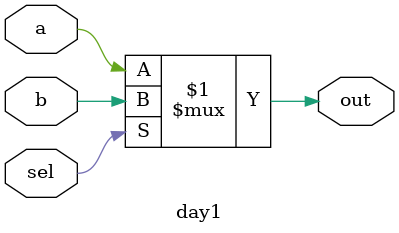
<source format=v>

module day1 (
    input a, b, sel,
    output out
);

    assign out = sel ? b : a;

endmodule
</source>
